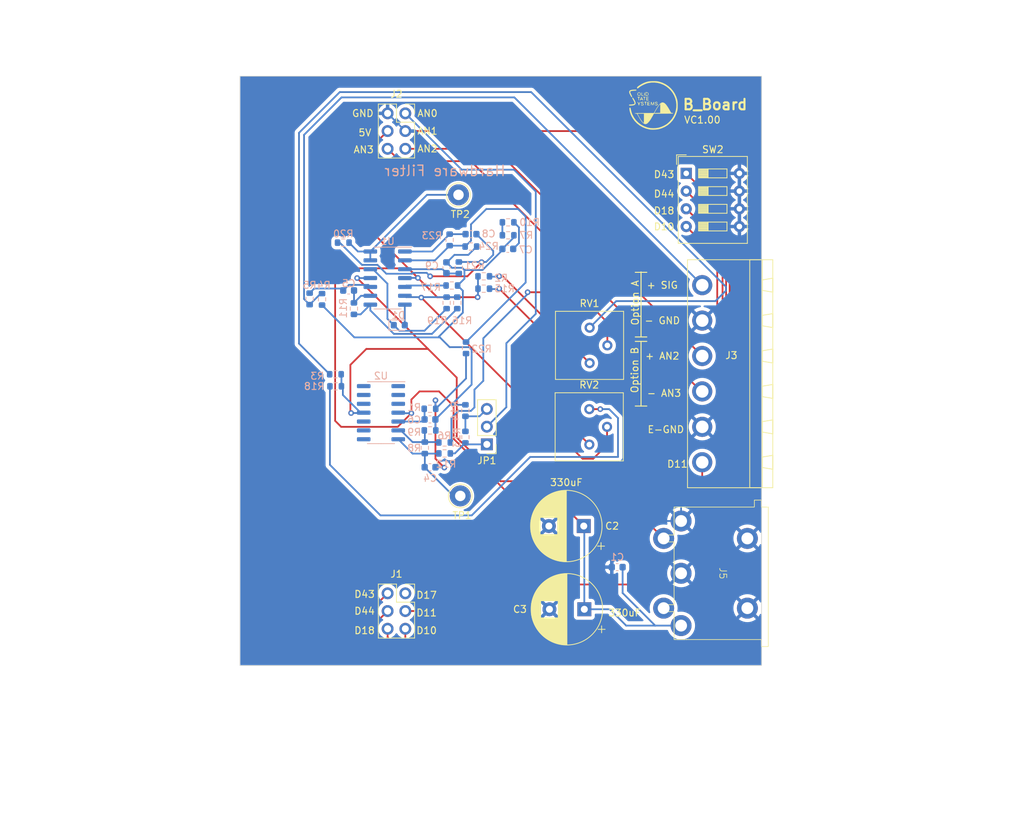
<source format=kicad_pcb>
(kicad_pcb (version 20221018) (generator pcbnew)
  (title_block (title "Bottom Board") (date "2023-03-09") (rev "0"))
  (layers (0 "F.Cu" signal) (31 "B.Cu" signal) (34 "B.Paste" user) (35 "F.Paste" user) (36 "B.SilkS" user "B.Silkscreen") (37 "F.SilkS" user "F.Silkscreen") (38 "B.Mask" user) (39 "F.Mask" user) (44 "Edge.Cuts" user))
  (net 0 "")
  (net 1 "AN3")
  (net 2 "AN2")
  (net 3 "AN1")
  (net 4 "D43")
  (net 5 "D44")
  (net 6 "D18")
  (net 7 "E60")
  (net 8 "Net-(C4-Pad1)")
  (net 9 "D10")
  (net 10 "D11")
  (net 11 "D17")
  (net 12 "Net-(C4-Pad2)")
  (net 13 "Net-(U1C--)")
  (net 14 "Net-(U1C-+)")
  (net 15 "Net-(U2B-+)")
  (net 16 "Net-(C7-Pad1)")
  (net 17 "Net-(C8-Pad1)")
  (net 18 "Net-(C8-Pad2)")
  (net 19 "Net-(U1A-+)")
  (net 20 "Net-(D1-K)")
  (net 21 "Net-(D1-A)")
  (net 22 "Net-(R2-Pad1)")
  (net 23 "-5V")
  (net 24 "Net-(R3-Pad2)")
  (net 25 "E23_INPUT")
  (net 26 "Net-(U2B--)")
  (net 27 "Net-(R6-Pad2)")
  (net 28 "Net-(R10-Pad1)")
  (net 29 "Net-(R11-Pad2)")
  (net 30 "2x_OUTPUT")
  (net 31 "4x_OUTPUT")
  (net 32 "Net-(R15-Pad2)")
  (net 33 "Net-(U1B--)")
  (net 34 "Net-(U1B-+)")
  (net 35 "Net-(R18-Pad1)")
  (net 36 "Net-(U1D--)")
  (net 37 "Net-(U1A--)")
  (net 38 "AN0")
  (net 39 "5V")
  (net 40 "12V")
  (footprint "Capacitor_THT:CP_Radial_D10.0mm_P5.00mm" (layer "F.Cu") (at 149.270323 127.508 180)
    (fp_text reference "C2")
    (fp_text value "330uF")
  )
  (footprint "bot_lib:DIN_5_PIN" (layer "F.Cu") (at 169.22 134.286 -90)
    (fp_text reference "J5")
    (fp_text value "DIN-5")
  )
  (footprint "LOGO" (layer "F.Cu") (at 159.258 67.183)
    (fp_text reference "G***" hide)
    (fp_text value "LOGO" hide)
  )
  (footprint "Capacitor_THT:CP_Radial_D10.0mm_P5.00mm" (layer "F.Cu") (at 149.352 139.446 180)
    (fp_text reference "C3")
    (fp_text value "330uF")
  )
  (footprint "Connector_PinSocket_2.54mm:PinSocket_2x03_P2.54mm_Vertical" (layer "F.Cu") (at 123.698 68.326)
    (fp_text reference "J2")
    (fp_text value "Conn_02x03_Top_Bottom")
  )
  (footprint "Connector_Phoenix_MSTB:PhoenixContact_MSTBA_2,5_6-G-5,08_1x06_P5.08mm_Horizontal" (layer "F.Cu") (at 166.250125 118.364 90)
    (fp_text reference "J3")
    (fp_text value "Screw_Terminal_01x06")
  )
  (footprint "TestPoint:TestPoint_Loop_D2.54mm_Drill1.5mm_Beaded" (layer "F.Cu") (at 131.572 123.19)
    (fp_text reference "TP1")
    (fp_text value ".75 Vdc")
  )
  (footprint "Connector_PinSocket_2.54mm:PinSocket_2x03_P2.54mm_Vertical" (layer "F.Cu") (at 123.698 137.16)
    (fp_text reference "J1")
    (fp_text value "Conn_02x03_Top_Bottom")
  )
  (footprint "Potentiometer_THT:Potentiometer_Bourns_3386P_Vertical" (layer "F.Cu") (at 150.07 115.824)
    (fp_text reference "RV2")
    (fp_text value "20K")
  )
  (footprint "Button_Switch_THT:SW_DIP_SPSTx04_Slide_9.78x12.34mm_W7.62mm_P2.54mm" (layer "F.Cu") (at 163.957 76.93323)
    (fp_text reference "SW2")
    (fp_text value "SW_DIP_x04")
  )
  (footprint "TestPoint:TestPoint_Loop_D2.54mm_Drill1.5mm_Beaded" (layer "F.Cu") (at 131.318 80.01)
    (fp_text reference "TP2")
    (fp_text value ".55 Vdc")
  )
  (footprint "Potentiometer_THT:Potentiometer_Bourns_3386P_Vertical" (layer "F.Cu") (at 150.114 104.14)
    (fp_text reference "RV1")
    (fp_text value "20K")
  )
  (footprint "Connector_PinHeader_2.54mm:PinHeader_1x03_P2.54mm_Vertical" (layer "F.Cu") (at 135.382 115.7986 180)
    (fp_text reference "JP1")
    (fp_text value "Jumper_3_Open")
  )
  (footprint "Resistor_SMD:R_0603_1608Metric" (layer "B.Cu") (at 129.6162 95.504 -90)
    (fp_text reference "R19")
    (fp_text value "10K")
  )
  (footprint "Resistor_SMD:R_0603_1608Metric" (layer "B.Cu") (at 116.332 96.329 -90)
    (fp_text reference "R11")
    (fp_text value "110K")
  )
  (footprint "Capacitor_SMD:C_0603_1608Metric" (layer "B.Cu") (at 127.2416 119.0762)
    (fp_text reference "C4")
    (fp_text value "0.1uF")
  )
  (footprint "Resistor_SMD:R_0603_1608Metric" (layer "B.Cu") (at 132.3976 101.9495 90)
    (fp_text reference "R22")
    (fp_text value "80.6K")
  )
  (footprint "Capacitor_SMD:C_0603_1608Metric" (layer "B.Cu") (at 133.109 85.6488)
    (fp_text reference "C8")
    (fp_text value ".1uF")
  )
  (footprint "Package_SO:SOIC-14_3.9x8.7mm_P1.27mm" (layer "B.Cu") (at 121.158 91.948 180)
    (fp_text reference "U1")
    (fp_text value "LM324")
  )
  (footprint "Resistor_SMD:R_0603_1608Metric" (layer "B.Cu") (at 111.76 94.996 -90)
    (fp_text reference "R4")
    (fp_text value "30.1K")
  )
  (footprint "Resistor_SMD:R_0603_1608Metric" (layer "B.Cu") (at 132.3086 110.9472 -90)
    (fp_text reference "R14")
    (fp_text value "10K")
  )
  (footprint "Capacitor_SMD:C_0603_1608Metric" (layer "B.Cu") (at 154.064 133.4008 180)
    (fp_text reference "C1")
    (fp_text value ".1uF")
  )
  (footprint "Package_SO:SOIC-14_3.9x8.7mm_P1.27mm" (layer "B.Cu") (at 120.207 111.252 180)
    (fp_text reference "U2")
    (fp_text value "LM324")
  )
  (footprint "Resistor_SMD:R_0603_1608Metric" (layer "B.Cu") (at 129.3236 117.094 180)
    (fp_text reference "R12")
    (fp_text value "16.2K")
  )
  (footprint "Resistor_SMD:R_0603_1608Metric" (layer "B.Cu") (at 113.7158 107.4674)
    (fp_text reference "R18")
    (fp_text value "22K")
  )
  (footprint "Resistor_SMD:R_0603_1608Metric" (layer "B.Cu") (at 138.4326 83.9531)
    (fp_text reference "R10")
    (fp_text value "187K")
  )
  (footprint "Resistor_SMD:R_0603_1608Metric" (layer "B.Cu") (at 114.808 86.868 180)
    (fp_text reference "R20")
    (fp_text value "80.6K")
  )
  (footprint "Resistor_SMD:R_0603_1608Metric" (layer "B.Cu") (at 134.937 91.694 180)
    (fp_text reference "R2")
    (fp_text value "4.7K")
  )
  (footprint "Resistor_SMD:R_0603_1608Metric" (layer "B.Cu") (at 127.2408 113.792 180)
    (fp_text reference "R9")
    (fp_text value "10K")
  )
  (footprint "Resistor_SMD:R_0603_1608Metric" (layer "B.Cu") (at 138.4326 85.810475)
    (fp_text reference "R7")
    (fp_text value "25.5K")
  )
  (footprint "Capacitor_SMD:C_0603_1608Metric" (layer "B.Cu") (at 127.2286 112.2182 180)
    (fp_text reference "C6")
    (fp_text value "0.1uF")
  )
  (footprint "Capacitor_SMD:C_0603_1608Metric" (layer "B.Cu") (at 129.5908 90.4624 90)
    (fp_text reference "C9")
    (fp_text value ".1uF")
  )
  (footprint "Resistor_SMD:R_0603_1608Metric" (layer "B.Cu") (at 131.1402 95.504 90)
    (fp_text reference "R16")
    (fp_text value "10K")
  )
  (footprint "Resistor_SMD:R_0603_1608Metric" (layer "B.Cu") (at 129.3236 115.5202)
    (fp_text reference "R6")
    (fp_text value "1M")
  )
  (footprint "Resistor_SMD:R_0603_1608Metric" (layer "B.Cu") (at 127.2286 110.6942 180)
    (fp_text reference "R1")
    (fp_text value "80.6K")
  )
  (footprint "Resistor_SMD:R_0603_1608Metric" (layer "B.Cu") (at 113.6772 105.7402 180)
    (fp_text reference "R3")
    (fp_text value "10K")
  )
  (footprint "Resistor_SMD:R_0603_1608Metric" (layer "B.Cu") (at 133.096 87.4268)
    (fp_text reference "R24")
    (fp_text value "10K")
  )
  (footprint "Diode_SMD:D_0603_1608Metric" (layer "B.Cu") (at 122.832 98.698)
    (fp_text reference "D1")
    (fp_text value "1N914")
  )
  (footprint "Resistor_SMD:R_0603_1608Metric" (layer "B.Cu") (at 134.937 93.472)
    (fp_text reference "R15")
    (fp_text value "22K")
  )
  (footprint "Capacitor_SMD:C_0603_1608Metric" (layer "B.Cu") (at 138.3826 87.7631 180)
    (fp_text reference "C7")
    (fp_text value "0.1 uF")
  )
  (footprint "Resistor_SMD:R_0603_1608Metric" (layer "B.Cu") (at 131.3688 90.4624 -90)
    (fp_text reference "R21")
    (fp_text value "80.6K")
  )
  (footprint "Resistor_SMD:R_0603_1608Metric" (layer "B.Cu") (at 126.492 116.2944 -90)
    (fp_text reference "R8")
    (fp_text value "3.65K")
  )
  (footprint "Capacitor_SMD:C_0603_1608Metric" (layer "B.Cu") (at 115.57 93.726 180)
    (fp_text reference "C5")
    (fp_text value ".002uF")
  )
  (footprint "Resistor_SMD:R_0603_1608Metric" (layer "B.Cu") (at 132.3086 114.7572 -90)
    (fp_text reference "R13")
    (fp_text value "10K")
  )
  (footprint "Resistor_SMD:R_0603_1608Metric" (layer "B.Cu") (at 130.048 86.4738 90)
    (fp_text reference "R23")
    (fp_text value "1.82K")
  )
  (footprint "Resistor_SMD:R_0603_1608Metric" (layer "B.Cu") (at 109.982 94.933 90)
    (fp_text reference "R5")
    (fp_text value "20K")
  )
  (footprint "Resistor_SMD:R_0603_1608Metric" (layer "B.Cu") (at 130.365 93.0148)
    (fp_text reference "R17")
    (fp_text value "4.7K")
  )
  (gr_line (start 158.3055 101.0285) (end 156.6545 101.0285) (stroke (width 0.15)) (layer "F.SilkS"))
  (gr_line (start 158.3055 110.2995) (end 156.6545 110.2995) (stroke (width 0.15)) (layer "F.SilkS"))
  (gr_line (start 158.3055 100.3935) (end 156.6545 100.3935) (stroke (width 0.15)) (layer "F.SilkS"))
  (gr_line (start 157.48 100.33) (end 157.48 91.059) (stroke (width 0.15)) (layer "F.SilkS"))
  (gr_line (start 157.48 110.2995) (end 157.48 101.0285) (stroke (width 0.15)) (layer "F.SilkS"))
  (gr_line (start 158.3055 91.1225) (end 156.6545 91.1225) (stroke (width 0.15)) (layer "F.SilkS"))
  (gr_rect (start 100 63) (end 174.75 147.5) (stroke (width 0.1)) (fill none) (layer "Edge.Cuts"))
  (gr_text "Hardware Filter" (at 138.176 77.4446) (layer "B.SilkS") (effects (font (size 1.5 1.5) (thickness 0.1875)) (justify left bottom mirror)))
  (gr_text "5V" (at 117.9068 71.0946) (layer "F.SilkS") (effects (font (size 1 1))))
  (gr_text "VC1.00" (at 163.576 69.85) (layer "F.SilkS") (effects (font (size 1 1)) (justify left bottom)))
  (gr_text "D10" (at 126.746 142.494) (layer "F.SilkS") (effects (font (size 1 1))))
  (gr_text "Option B" (at 157.1625 108.5215 90) (layer "F.SilkS") (effects (font (size 1 1)) (justify left bottom)))
  (gr_text "GND" (at 117.602 68.326) (layer "F.SilkS") (effects (font (size 1 1))))
  (gr_text "AN2" (at 126.873 73.406) (layer "F.SilkS") (effects (font (size 1 1))))
  (gr_text "D43" (at 160.782 77.089) (layer "F.SilkS") (effects (font (size 1 1))))
  (gr_text "AN1" (at 126.873 70.866) (layer "F.SilkS") (effects (font (size 1 1))))
  (gr_text "B_Board" (at 163.322 67.945) (layer "F.SilkS") (effects (font (size 1.5 1.5) (thickness 0.3) bold) (justify left bottom)))
  (gr_text "D10" (at 160.782 84.582) (layer "F.SilkS") (effects (font (size 1 1))))
  (gr_text "AN3" (at 117.729 73.533) (layer "F.SilkS") (effects (font (size 1 1))))
  (gr_text "D18" (at 160.782 82.296) (layer "F.SilkS") (effects (font (size 1 1))))
  (gr_text "Option A" (at 157.226 98.806 90) (layer "F.SilkS") (effects (font (size 1 1)) (justify left bottom)))
  (gr_text "D11" (at 126.746 139.954) (layer "F.SilkS") (effects (font (size 1 1))))
  (gr_text "D18" (at 117.856 142.494) (layer "F.SilkS") (effects (font (size 1 1))))
  (gr_text "E-GND" (at 161.036 113.665) (layer "F.SilkS") (effects (font (size 1 1))))
  (gr_text "D11" (at 162.687 118.618) (layer "F.SilkS") (effects (font (size 1 1))))
  (gr_text "+ AN2" (at 160.528 103.124) (layer "F.SilkS") (effects (font (size 1 1))))
  (gr_text "AN0" (at 126.873 68.326) (layer "F.SilkS") (effects (font (size 1 1))))
  (gr_text "- AN3" (at 160.782 108.458) (layer "F.SilkS") (effects (font (size 1 1))))
  (gr_text "D44" (at 117.856 139.7) (layer "F.SilkS") (effects (font (size 1 1))))
  (gr_text "D17" (at 126.746 137.414) (layer "F.SilkS") (effects (font (size 1 1))))
  (gr_text "D44" (at 160.782 79.883) (layer "F.SilkS") (effects (font (size 1 1))))
  (gr_text "+ SIG" (at 160.528 92.964) (layer "F.SilkS") (effects (font (size 1 1))))
  (gr_text "D43" (at 117.856 137.287) (layer "F.SilkS") (effects (font (size 1 1))))
  (gr_text "- GND" (at 160.528 98.044) (layer "F.SilkS") (effects (font (size 1 1))))
  (segment (start 133.096 75.184) (end 166.116 108.204) (width 0.25) (layer "F.Cu") (net 1))
  (segment (start 122.936 75.184) (end 133.096 75.184) (width 0.25) (layer "F.Cu") (net 1))
  (segment (start 121.158 73.406) (end 122.936 75.184) (width 0.25) (layer "F.Cu") (net 1))
  (segment (start 166.116 108.204) (end 166.250125 108.204) (width 0.25) (layer "F.Cu") (net 1))
  (segment (start 136.532125 73.406) (end 166.250125 103.124) (width 0.25) (layer "F.Cu") (net 2))
  (segment (start 123.698 73.406) (end 136.532125 73.406) (width 0.25) (layer "F.Cu") (net 2))
  (segment (start 171.577 82.01323) (end 171.577 84.55323) (width 0.25) (layer "F.Cu") (net 3))
  (segment (start 171.577 76.93323) (end 171.577 79.47323) (width 0.25) (layer "F.Cu") (net 3))
  (segment (start 171.577 74.041) (end 171.577 76.93323) (width 0.25) (layer "F.Cu") (net 3))
  (segment (start 171.577 79.47323) (end 171.577 82.01323) (width 0.25) (layer "F.Cu") (net 3))
  (segment (start 123.698 70.866) (end 168.402 70.866) (width 0.25) (layer "F.Cu") (net 3))
  (segment (start 168.402 70.866) (end 171.577 74.041) (width 0.25) (layer "F.Cu") (net 3))
  (segment (start 144.352 139.446) (end 150.2194 145.3134) (width 0.25) (layer "B.Cu") (net 3))
  (segment (start 168.656 100.449875) (end 168.656 110.878125) (width 0.25) (layer "B.Cu") (net 3))
  (segment (start 168.3512 139.4172) (end 163.22 134.286) (width 0.25) (layer "B.Cu") (net 3))
  (segment (start 153.289 132.795) (end 159.298 126.786) (width 0.25) (layer "B.Cu") (net 3))
  (segment (start 168.3512 145.3134) (end 168.3512 139.4172) (width 0.25) (layer "B.Cu") (net 3))
  (segment (start 161.72 125.286) (end 163.22 126.786) (width 0.25) (layer "B.Cu") (net 3))
  (segment (start 171.577 92.717125) (end 166.250125 98.044) (width 0.25) (layer "B.Cu") (net 3))
  (segment (start 153.289 133.4008) (end 153.289 132.795) (width 0.25) (layer "B.Cu") (net 3))
  (segment (start 123.698 70.866) (end 121.158 68.326) (width 0.25) (layer "B.Cu") (net 3))
  (segment (start 159.298 126.786) (end 163.22 126.786) (width 0.25) (layer "B.Cu") (net 3))
  (segment (start 165.481 132.025) (end 165.481 129.047) (width 0.25) (layer "B.Cu") (net 3))
  (segment (start 166.250125 98.044) (end 168.656 100.449875) (width 0.25) (layer "B.Cu") (net 3))
  (segment (start 163.22 126.786) (end 163.22 116.314125) (width 0.25) (layer "B.Cu") (net 3))
  (segment (start 163.22 134.286) (end 165.481 132.025) (width 0.25) (layer "B.Cu") (net 3))
  (segment (start 163.22 126.786) (end 165.481 129.047) (width 0.25) (layer "B.Cu") (net 3))
  (segment (start 171.577 84.55323) (end 171.577 92.717125) (width 0.25) (layer "B.Cu") (net 3))
  (segment (start 150.2194 145.3134) (end 168.3512 145.3134) (width 0.25) (layer "B.Cu") (net 3))
  (segment (start 168.656 110.878125) (end 166.250125 113.284) (width 0.25) (layer "B.Cu") (net 3))
  (segment (start 161.72 125.286) (end 146.492323 125.286) (width 0.25) (layer "B.Cu") (net 3))
  (segment (start 146.492323 125.286) (end 144.270323 127.508) (width 0.25) (layer "B.Cu") (net 3))
  (segment (start 163.22 116.314125) (end 166.250125 113.284) (width 0.25) (layer "B.Cu") (net 3))
  (segment (start 121.666 146.558) (end 166.372792 146.558) (width 0.25) (layer "F.Cu") (net 4))
  (segment (start 118.676 139.642) (end 118.676 143.568) (width 0.25) (layer "F.Cu") (net 4))
  (segment (start 121.158 137.16) (end 118.676 139.642) (width 0.25) (layer "F.Cu") (net 4))
  (segment (start 118.676 143.568) (end 121.666 146.558) (width 0.25) (layer "F.Cu") (net 4))
  (segment (start 170.18 83.15623) (end 163.957 76.93323) (width 0.25) (layer "F.Cu") (net 4))
  (segment (start 170.18 142.750792) (end 170.18 83.15623) (width 0.25) (layer "F.Cu") (net 4))
  (segment (start 166.372792 146.558) (end 170.18 142.750792) (width 0.25) (layer "F.Cu") (net 4))
  (segment (start 166.244396 146.05) (end 121.92 146.05) (width 0.25) (layer "F.Cu") (net 5))
  (segment (start 169.672 142.622396) (end 166.244396 146.05) (width 0.25) (layer "F.Cu") (net 5))
  (segment (start 119.126 143.256) (end 119.126 141.732) (width 0.25) (layer "F.Cu") (net 5))
  (segment (start 119.126 141.732) (end 121.158 139.7) (width 0.25) (layer "F.Cu") (net 5))
  (segment (start 163.957 79.47323) (end 169.672 85.18823) (width 0.25) (layer "F.Cu") (net 5))
  (segment (start 169.672 85.18823) (end 169.672 142.622396) (width 0.25) (layer "F.Cu") (net 5))
  (segment (start 121.92 146.05) (end 119.126 143.256) (width 0.25) (layer "F.Cu") (net 5))
  (segment (start 169.164 142.494) (end 169.164 87.22023) (width 0.25) (layer "F.Cu") (net 6))
  (segment (start 121.158 142.24) (end 121.158 143.442081) (width 0.25) (layer "F.Cu") (net 6))
  (segment (start 123.257919 145.542) (end 166.116 145.542) (width 0.25) (layer "F.Cu") (net 6))
  (segment (start 166.116 145.542) (end 169.164 142.494) (width 0.25) (layer "F.Cu") (net 6))
  (segment (start 121.158 143.442081) (end 123.257919 145.542) (width 0.25) (layer "F.Cu") (net 6))
  (segment (start 169.164 87.22023) (end 163.957 82.01323) (width 0.25) (layer "F.Cu") (net 6))
  (segment (start 132.7272 88.6206) (end 133.921 87.4268) (width 0.25) (layer "B.Cu") (net 7))
  (segment (start 132.1688 92.036) (end 132.1688 90.7922) (width 0.25) (layer "B.Cu") (net 7))
  (segment (start 129.667 89.6874) (end 130.7338 88.6206) (width 0.25) (layer "B.Cu") (net 7))
  (segment (start 128.0036 112.2182) (end 128.0036 113.7298) (width 0.25) (layer "B.Cu") (net 7))
  (segment (start 137.6076 87.7631) (end 137.6076 87.945796) (width 0.25) (layer "B.Cu") (net 7))
  (segment (start 131.9402 96.912062) (end 131.9402 93.765) (width 0.25) (layer "B.Cu") (net 7))
  (segment (start 131.9402 93.765) (end 131.19 93.0148) (width 0.25) (layer "B.Cu") (net 7))
  (segment (start 139.2576 86.1131) (end 137.6076 87.7631) (width 0.25) (layer "B.Cu") (net 7))
  (segment (start 137.6076 87.945796) (end 134.761196 90.7922) (width 0.25) (layer "B.Cu") (net 7))
  (segment (start 132.842 101.854) (end 130.048 101.854) (width 0.25) (layer "B.Cu") (net 7))
  (segment (start 130.302 110.1222) (end 130.0996 110.1222) (width 0.25) (layer "B.Cu") (net 7))
  (segment (start 131.8514 90.4748) (end 130.3782 90.4748) (width 0.25) (layer "B.Cu") (net 7))
  (segment (start 128.523131 100.329131) (end 131.9402 96.912062) (width 0.25) (layer "B.Cu") (net 7))
  (segment (start 130.7338 88.6206) (end 132.7272 88.6206) (width 0.25) (layer "B.Cu") (net 7))
  (segment (start 134.761196 90.7922) (end 132.1688 90.7922) (width 0.25) (layer "B.Cu") (net 7))
  (segment (start 130.3782 90.4748) (end 129.5908 89.6874) (width 0.25) (layer "B.Cu") (net 7))
  (segment (start 133.1976 107.2266) (end 133.1976 102.2096) (width 0.25) (layer "B.Cu") (net 7))
  (segment (start 132.1688 90.7922) (end 131.8514 90.4748) (width 0.25) (layer "B.Cu") (net 7))
  (segment (start 130.048 101.854) (end 128.651 100.457) (width 0.25) (layer "B.Cu") (net 7))
  (segment (start 130.302 110.1222) (end 133.1976 107.2266) (width 0.25) (layer "B.Cu") (net 7))
  (segment (start 128.0036 113.7298) (end 128.0658 113.792) (width 0.25) (layer "B.Cu") (net 7))
  (segment (start 132.3086 110.1222) (end 130.302 110.1222) (width 0.25) (layer "B.Cu") (net 7))
  (segment (start 128.651 100.457) (end 128.523131 100.329131) (width 0.25) (layer "B.Cu") (net 7))
  (segment (start 131.19 93.0148) (end 132.1688 92.036) (width 0.25) (layer "B.Cu") (net 7))
  (segment (start 133.1976 102.2096) (end 132.842 101.854) (width 0.25) (layer "B.Cu") (net 7))
  (segment (start 129.5908 89.6874) (end 129.667 89.6874) (width 0.25) (layer "B.Cu") (net 7))
  (segment (start 116.396 100.457) (end 128.651 100.457) (width 0.25) (layer "B.Cu") (net 7))
  (segment (start 111.76 95.821) (end 116.396 100.457) (width 0.25) (layer "B.Cu") (net 7))
  (segment (start 130.0996 110.1222) (end 128.0036 112.2182) (width 0.25) (layer "B.Cu") (net 7))
  (segment (start 139.2576 85.810475) (end 139.2576 86.1131) (width 0.25) (layer "B.Cu") (net 7))
  (segment (start 130.5804 123.19) (end 126.4666 119.0762) (width 0.25) (layer "B.Cu") (net 8))
  (segment (start 122.682 115.062) (end 124.7394 117.1194) (width 0.25) (layer "B.Cu") (net 8))
  (segment (start 126.492 117.1194) (end 128.4732 117.1194) (width 0.25) (layer "B.Cu") (net 8))
  (segment (start 126.492 117.1194) (end 126.492 119.0508) (width 0.25) (layer "B.Cu") (net 8))
  (segment (start 128.4732 117.1194) (end 128.4986 117.094) (width 0.25) (layer "B.Cu") (net 8))
  (segment (start 131.572 123.19) (end 130.5804 123.19) (width 0.25) (layer "B.Cu") (net 8))
  (segment (start 124.7394 117.1194) (end 126.492 117.1194) (width 0.25) (layer "B.Cu") (net 8))
  (segment (start 126.492 119.0508) (end 126.4666 119.0762) (width 0.25) (layer "B.Cu") (net 8))
  (segment (start 124.206 144.78) (end 165.862 144.78) (width 0.25) (layer "F.Cu") (net 9))
  (segment (start 123.698 142.24) (end 123.698 144.272) (width 0.25) (layer "F.Cu") (net 9))
  (segment (start 168.402 142.24) (end 168.402 88.99823) (width 0.25) (layer "F.Cu") (net 9))
  (segment (start 123.698 144.272) (end 124.206 144.78) (width 0.25) (layer "F.Cu") (net 9))
  (segment (start 168.402 88.99823) (end 163.957 84.55323) (width 0.25) (layer "F.Cu") (net 9))
  (segment (start 165.862 144.78) (end 168.402 142.24) (width 0.25) (layer "F.Cu") (net 9))
  (segment (start 157.988 135.89) (end 130.048 135.89) (width 0.25) (layer "F.Cu") (net 10))
  (segment (start 126.238 139.7) (end 123.698 139.7) (width 0.25) (layer "F.Cu") (net 10))
  (segment (start 130.048 135.89) (end 126.238 139.7) (width 0.25) (layer "F.Cu") (net 10))
  (segment (start 166.250125 118.364) (end 166.250125 127.627875) (width 0.25) (layer "F.Cu") (net 10))
  (segment (start 166.250125 127.627875) (end 157.988 135.89) (width 0.25) (layer "F.Cu") (net 10))
  (segment (start 129.286 119.126) (end 128.016 117.856) (width 0.25) (layer "F.Cu") (net 12))
  (segment (start 128.016 117.856) (end 128.016 109.474) (width 0.25) (layer "F.Cu") (net 12))
  (via (at 129.286 119.126) (size 0.8) (drill 0.4) (layers "F.Cu" "B.Cu") (net 12))
  (via (at 128.016 109.474) (size 0.8) (drill 0.4) (layers "F.Cu" "B.Cu") (net 12))
  (segment (start 132.3976 106.3502) (end 128.0536 110.6942) (width 0.25) (layer "B.Cu") (net 12))
  (segment (start 129.286 119.126) (end 129.2362 119.0762) (width 0.25) (layer "B.Cu") (net 12))
  (segment (start 128.016 110.6566) (end 128.016 109.474) (width 0.25) (layer "B.Cu") (net 12))
  (segment (start 128.0536 110.6942) (end 128.016 110.6566) (width 0.25) (layer "B.Cu") (net 12))
  (segment (start 132.3976 102.7745) (end 132.3976 106.3502) (width 0.25) (layer "B.Cu") (net 12))
  (segment (start 128.0166 119.0762) (end 129.2362 119.0762) (width 0.25) (layer "B.Cu") (net 12))
  (segment (start 116.332 95.504) (end 117.348 94.488) (width 0.25) (layer "B.Cu") (net 13))
  (segment (start 117.348 94.488) (end 118.683 94.488) (width 0.25) (layer "B.Cu") (net 13))
  (segment (start 116.345 93.726) (end 116.345 95.491) (width 0.25) (layer "B.Cu") (net 13))
  (segment (start 116.345 95.491) (end 116.332 95.504) (width 0.25) (layer "B.Cu") (net 13))
  (segment (start 114.795 93.726) (end 114.515 93.446) (width 0.25) (layer "B.Cu") (net 14))
  (segment (start 114.515 93.446) (end 110.644 93.446) (width 0.25) (layer "B.Cu") (net 14))
  (segment (start 110.644 93.446) (end 109.982 94.108) (width 0.25) (layer "B.Cu") (net 14))
  (segment (start 118.391 92.926) (end 118.683 93.218) (width 0.25) (layer "B.Cu") (net 14))
  (segment (start 115.595 92.926) (end 118.391 92.926) (width 0.25) (layer "B.Cu") (net 14))
  (segment (start 114.795 93.726) (end 115.595 92.926) (width 0.25) (layer "B.Cu") (net 14))
  (segment (start 126.1498 112.522) (end 126.4536 112.2182) (width 0.25) (layer "B.Cu") (net 15))
  (segment (start 122.682 112.522) (end 126.1498 112.522) (width 0.25) (layer "B.Cu") (net 15))
  (segment (start 126.4536 110.7442) (end 126.4036 110.6942) (width 0.25) (layer "B.Cu") (net 15))
  (segment (start 126.4536 112.2182) (end 126.4536 110.7442) (width 0.25) (layer "B.Cu") (net 15))
  (segment (start 139.2576 83.9531) (end 139.9826 84.6781) (width 0.25) (layer "B.Cu") (net 16))
  (segment (start 139.9826 86.9381) (end 139.1576 87.7631) (width 0.25) (layer "B.Cu") (net 16))
  (segment (start 139.9826 84.6781) (end 139.9826 86.9381) (width 0.25) (layer "B.Cu") (net 16))
  (segment (start 127.5588 88.138) (end 130.048 85.6488) (width 0.25) (layer "B.Cu") (net 17))
  (segment (start 132.334 85.6488) (end 130.048 85.6488) (width 0.25) (layer "B.Cu") (net 17))
  (segment (start 123.633 88.138) (end 127.5588 88.138) (width 0.25) (layer "B.Cu") (net 17))
  (segment (start 132.588 91.694) (end 134.62 89.662) (width 0.25) (layer "F.Cu") (net 18))
  (segment (start 127.254 91.694) (end 132.588 91.694) (width 0.25) (layer "F.Cu") (net 18))
  (via (at 134.62 89.662) (size 0.8) (drill 0.4) (layers "F.Cu" "B.Cu") (net 18))
  (via (at 127.254 91.694) (size 0.8) (drill 0.4) (layers "F.Cu" "B.Cu") (net 18))
  (segment (start 134.62 89.662) (end 134.6446 89.6374) (width 0.25) (layer "B.Cu") (net 18))
  (segment (start 114.3 86.868) (end 113.983 86.868) (width 0.25) (layer "B.Cu") (net 18))
  (segment (start 134.6446 89.6374) (end 135.2796 89.6374) (width 0.25) (layer "B.Cu") (net 18))
  (segment (start 126.7576 91.1976) (end 124.780151 91.1976) (width 0.25) (layer "B.Cu") (net 18))
  (segment (start 134.5954 89.6374) (end 134.62 89.662) (width 0.25) (layer "B.Cu") (net 18))
  (segment (start 119.704751 90.053) (end 117.485 90.053) (width 0.25) (layer "B.Cu") (net 18))
  (segment (start 117.485 90.053) (end 114.3 86.868) (width 0.25) (layer "B.Cu") (net 18))
  (segment (start 131.3688 89.6374) (end 134.5954 89.6374) (width 0.25) (layer "B.Cu") (net 18))
  (segment (start 136.2964 88.0612) (end 133.884 85.6488) (width 0.25) (layer "B.Cu") (net 18))
  (segment (start 120.974751 91.323) (end 119.704751 90.053) (width 0.25) (layer "B.Cu") (net 18))
  (segment (start 127.254 91.694) (end 126.7576 91.1976) (width 0.25) (layer "B.Cu") (net 18))
  (segment (start 124.780151 91.1976) (end 124.654751 91.323) (width 0.25) (layer "B.Cu") (net 18))
  (segment (start 136.2964 88.6206) (end 136.2964 88.0612) (width 0.25) (layer "B.Cu") (net 18))
  (segment (start 135.2796 89.6374) (end 136.2964 88.6206) (width 0.25) (layer "B.Cu") (net 18))
  (segment (start 124.654751 91.323) (end 120.974751 91.323) (width 0.25) (layer "B.Cu") (net 18))
  (segment (start 129.6408 91.2874) (end 129.5908 91.2374) (width 0.25) (layer "B.Cu") (net 19))
  (segment (start 131.3688 91.2874) (end 129.6408 91.2874) (width 0.25) (layer "B.Cu") (net 19))
  (segment (start 129.0314 90.678) (end 123.633 90.678) (width 0.25) (layer "B.Cu") (net 19))
  (segment (start 129.5908 91.2374) (end 129.0314 90.678) (width 0.25) (layer "B.Cu") (net 19))
  (segment (start 122.0445 98.698) (end 122.8445 99.498) (width 0.25) (layer "B.Cu") (net 20))
  (segment (start 121.1326 92.750849) (end 119.059751 90.678) (width 0.25) (layer "B.Cu") (net 20))
  (segment (start 119.059751 90.678) (end 118.683 90.678) (width 0.25) (layer "B.Cu") (net 20))
  (segment (start 121.1326 97.7861) (end 121.1326 92.750849) (width 0.25) (layer "B.Cu") (net 20))
  (segment (start 122.8445 99.498) (end 126.4472 99.498) (width 0.25) (layer "B.Cu") (net 20))
  (segment (start 126.4472 99.498) (end 129.6162 96.329) (width 0.25) (layer "B.Cu") (net 20))
  (segment (start 122.0445 98.698) (end 121.1326 97.7861) (width 0.25) (layer "B.Cu") (net 20))
  (segment (start 123.6195 95.7715) (end 123.6195 98.698) (width 0.25) (layer "B.Cu") (net 21))
  (segment (start 123.633 95.758) (end 123.6195 95.7715) (width 0.25) (layer "B.Cu") (net 21))
  (segment (start 137.668 91.694) (end 150.114 104.14) (width 0.25) (layer "F.Cu") (net 22))
  (segment (start 137.16 91.694) (end 137.668 91.694) (width 0.25) (layer "F.Cu") (net 22))
  (via (at 137.16 91.694) (size 0.8) (drill 0.4) (layers "F.Cu" "B.Cu") (net 22))
  (segment (start 137.16 91.694) (end 137.1092 91.7448) (width 0.25) (layer "B.Cu") (net 22))
  (segment (start 135.762 91.7448) (end 137.1092 91.7448) (width 0.25) (layer "B.Cu") (net 22))
  (segment (start 118.11 102.108) (end 126.9492 102.108) (width 0.25) (layer "F.Cu") (net 23))
  (segment (start 115.9256 111.3028) (end 115.824 111.2012) (width 0.25) (layer "F.Cu") (net 23))
  (segment (start 160.72 129.286) (end 152.5158 121.0818) (width 0.25) (layer "F.Cu") (net 23))
  (segment (start 131.064 106.2228) (end 126.9746 102.1334) (width 0.25) (layer "F.Cu") (net 23))
  (segment (start 137.3378 121.0818) (end 131.064 114.808) (width 0.25) (layer "F.Cu") (net 23))
  (segment (start 126.9492 102.108) (end 126.9746 102.1334) (width 0.25) (layer "F.Cu") (net 23))
  (segment (start 115.824 104.394) (end 118.11 102.108) (width 0.25) (layer "F.Cu") (net 23))
  (segment (start 152.5158 121.0818) (end 137.3378 121.0818) (width 0.25) (layer "F.Cu") (net 23))
  (segment (start 115.824 111.2012) (end 115.824 104.394) (width 0.25) (layer "F.Cu") (net 23))
  (segment (start 131.064 114.808) (end 131.064 106.2228) (width 0.25) (layer "F.Cu") (net 23))
  (segment (start 126.9746 102.1334) (end 116.7892 91.948) (width 0.25) (layer "F.Cu") (net 23))
  (via (at 115.9256 111.3028) (size 0.8) (drill 0.4) (layers "F.Cu" "B.Cu") (net 23))
  (via (at 116.7892 91.948) (size 0.8) (drill 0.4) (layers "F.Cu" "B.Cu") (net 23))
  (segment (start 114.5408 105.7788) (end 114.5022 105.7402) (width 0.25) (layer "B.Cu") (net 23))
  (segment (start 117.6812 111.3028) (end 117.732 111.252) (width 0.25) (layer "B.Cu") (net 23))
  (segment (start 114.745 108.712) (end 114.745 107.6716) (width 0.25) (layer "B.Cu") (net 23))
  (segment (start 114.745 108.712) (end 117.285 111.252) (width 0.25) (layer "B.Cu") (net 23))
  (segment (start 114.5408 107.4674) (end 114.5408 105.7788) (width 0.25) (layer "B.Cu") (net 23))
  (segment (start 117.285 111.252) (end 117.732 111.252) (width 0.25) (layer "B.Cu") (net 23))
  (segment (start 114.745 107.6716) (end 114.5408 107.4674) (width 0.25) (layer "B.Cu") (net 23))
  (segment (start 118.683 91.948) (end 116.7892 91.948) (width 0.25) (layer "B.Cu") (net 23))
  (segment (start 115.9256 111.3028) (end 117.6812 111.3028) (width 0.25) (layer "B.Cu") (net 23))
  (segment (start 108.458 71.12) (end 114.3 65.278) (width 0.25) (layer "B.Cu") (net 24))
  (segment (start 169.672 93.726) (end 168.148 95.25) (width 0.25) (layer "B.Cu") (net 24))
  (segment (start 112.8522 105.7402) (end 108.458 101.346) (width 0.25) (layer "B.Cu") (net 24))
  (segment (start 108.458 101.346) (end 108.458 71.12) (width 0.25) (layer "B.Cu") (net 24))
  (segment (start 141.732 65.278) (end 169.672 93.218) (width 0.25) (layer "B.Cu") (net 24))
  (segment (start 168.148 95.25) (end 153.924 95.25) (width 0.25) (layer "B.Cu") (net 24))
  (segment (start 153.924 95.25) (end 150.114 99.06) (width 0.25) (layer "B.Cu") (net 24))
  (segment (start 114.3 65.278) (end 141.732 65.278) (width 0.25) (layer "B.Cu") (net 24))
  (segment (start 169.672 93.218) (end 169.672 93.726) (width 0.25) (layer "B.Cu") (net 24))
  (segment (start 114.554 66.04) (end 139.326125 66.04) (width 0.25) (layer "B.Cu") (net 25))
  (segment (start 139.326125 66.04) (end 166.250125 92.964) (width 0.25) (layer "B.Cu") (net 25))
  (segment (start 111.76 94.171) (end 111.569 94.171) (width 0.25) (layer "B.Cu") (net 25))
  (segment (start 109.982 95.758) (end 109.182 94.958) (width 0.25) (layer "B.Cu") (net 25))
  (segment (start 109.182 94.958) (end 109.182 71.412) (width 0.25) (layer "B.Cu") (net 25))
  (segment (start 111.569 94.171) (end 109.982 95.758) (width 0.25) (layer "B.Cu") (net 25))
  (segment (start 109.182 71.412) (end 114.554 66.04) (width 0.25) (layer "B.Cu") (net 25))
  (segment (start 128.4478 115.4694) (end 128.4986 115.5202) (width 0.25) (layer "B.Cu") (net 26))
  (segment (start 124.736151 115.4694) (end 126.492 115.4694) (width 0.25) (layer "B.Cu") (net 26))
  (segment (start 123.058751 113.792) (end 124.736151 115.4694) (width 0.25) (layer "B.Cu") (net 26))
  (segment (start 122.682 113.792) (end 123.058751 113.792) (width 0.25) (layer "B.Cu") (net 26))
  (segment (start 126.492 113.8682) (end 126.4158 113.792) (width 0.25) (layer "B.Cu") (net 26))
  (segment (start 126.492 115.4694) (end 128.4478 115.4694) (width 0.25) (layer "B.Cu") (net 26))
  (segment (start 126.492 115.4694) (end 126.492 113.8682) (width 0.25) (layer "B.Cu") (net 26))
  (segment (start 152.654 98.298) (end 152.654 101.6) (width 0.25) (layer "F.Cu") (net 27))
  (segment (start 141.224 93.98) (end 148.336 93.98) (width 0.25) (layer "F.Cu") (net 27))
  (segment (start 148.336 93.98) (end 152.654 98.298) (width 0.25) (layer "F.Cu") (net 27))
  (via (at 141.224 93.98) (size 0.8) (drill 0.4) (layers "F.Cu" "B.Cu") (net 27))
  (segment (start 130.1486 115.5202) (end 130.302 115.3668) (width 0.25) (layer "B.Cu") (net 27))
  (segment (start 130.302 115.3668) (end 130.302 112.014) (width 0.25) (layer "B.Cu") (net 27))
  (segment (start 134.874 106.68) (end 134.874 100.584) (width 0.25) (layer "B.Cu") (net 27))
  (segment (start 133.096 110.998) (end 133.604 110.49) (width 0.25) (layer "B.Cu") (net 27))
  (segment (start 133.604 107.95) (end 134.874 106.68) (width 0.25) (layer "B.Cu") (net 27))
  (segment (start 133.604 110.49) (end 133.604 107.95) (width 0.25) (layer "B.Cu") (net 27))
  (segment (start 141.224 94.234) (end 141.224 93.98) (width 0.25) (layer "B.Cu") (net 27))
  (segment (start 134.874 100.584) (end 141.224 94.234) (width 0.25) (layer "B.Cu") (net 27))
  (segment (start 131.318 110.998) (end 133.096 110.998) (width 0.25) (layer "B.Cu") (net 27))
  (segment (start 130.302 112.014) (end 131.318 110.998) (width 0.25) (layer "B.Cu") (net 27))
  (segment (start 137.6076 85.810475) (end 137.6076 83.9531) (width 0.25) (layer "B.Cu") (net 28))
  (segment (start 117.287 97.154) (end 116.332 97.154) (width 0.25) (layer "B.Cu") (net 29))
  (segment (start 127.5212 99.948) (end 122.050521 99.948) (width 0.25) (layer "B.Cu") (net 29))
  (segment (start 118.683 95.758) (end 117.287 97.154) (width 0.25) (layer "B.Cu") (net 29))
  (segment (start 122.050521 99.948) (end 118.683 96.580479) (width 0.25) (layer "B.Cu") (net 29))
  (segment (start 118.683 96.580479) (end 118.683 95.758) (width 0.25) (layer "B.Cu") (net 29))
  (segment (start 131.1402 96.329) (end 127.5212 99.948) (width 0.25) (layer "B.Cu") (net 29))
  (segment (start 130.7968 117.094) (end 130.1486 117.094) (width 0.25) (layer "B.Cu") (net 30))
  (segment (start 132.3086 115.5822) (end 130.7968 117.094) (width 0.25) (layer "B.Cu") (net 30))
  (segment (start 132.3086 115.5822) (end 132.525 115.7986) (width 0.25) (layer "B.Cu") (net 30))
  (segment (start 132.525 115.7986) (end 135.382 115.7986) (width 0.25) (layer "B.Cu") (net 30))
  (segment (start 132.3086 111.7722) (end 134.3284 111.7722) (width 0.25) (layer "B.Cu") (net 31))
  (segment (start 134.3284 111.7722) (end 135.382 110.7186) (width 0.25) (layer "B.Cu") (net 31))
  (segment (start 132.3086 111.7722) (end 132.3086 113.9322) (width 0.25) (layer "B.Cu") (net 31))
  (segment (start 148.082 104.394) (end 148.082 113.836) (width 0.25) (layer "F.Cu") (net 32))
  (segment (start 148.082 113.836) (end 150.07 115.824) (width 0.25) (layer "F.Cu") (net 32))
  (segment (start 137.16 93.472) (end 148.082 104.394) (width 0.25) (layer "F.Cu") (net 32))
  (via (at 137.16 93.472) (size 0.8) (drill 0.4) (layers "F.Cu" "B.Cu") (net 32))
  (segment (start 136.906 93.472) (end 137.16 93.472) (width 0.25) (layer "B.Cu") (net 32))
  (segment (start 136.9568 93.5228) (end 136.906 93.472) (width 0.25) (layer "B.Cu") (net 32))
  (segment (start 135.762 93.5228) (end 136.9568 93.5228) (width 0.25) (layer "B.Cu") (net 32))
  (segment (start 149.098 117.856) (end 150.622 117.856) (width 0.25) (layer "F.Cu") (net 33))
  (segment (start 152.61 115.868) (end 152.61 113.284) (width 0.25) (layer "F.Cu") (net 33))
  (segment (start 125.984 94.742) (end 149.098 117.856) (width 0.25) (layer "F.Cu") (net 33))
  (segment (start 150.622 117.856) (end 152.61 115.868) (width 0.25) (layer "F.Cu") (net 33))
  (via (at 125.984 94.742) (size 0.8) (drill 0.4) (layers "F.Cu" "B.Cu") (net 33))
  (segment (start 125.921 94.679) (end 125.984 94.742) (width 0.25) (layer "B.Cu") (net 33))
  (segment (start 126.047 94.679) (end 129.6162 94.679) (width 0.25) (layer "B.Cu") (net 33))
  (segment (start 123.824 94.679) (end 125.921 94.679) (width 0.25) (layer "B.Cu") (net 33))
  (segment (start 123.633 94.488) (end 123.824 94.679) (width 0.25) (layer "B.Cu") (net 33))
  (segment (start 131.1402 94.679) (end 129.6162 94.679) (width 0.25) (layer "B.Cu") (net 33))
  (segment (start 125.984 94.742) (end 126.047 94.679) (width 0.25) (layer "B.Cu") (net 33))
  (segment (start 123.8362 93.0148) (end 123.633 93.218) (width 0.25) (layer "B.Cu") (net 34))
  (segment (start 129.54 93.0148) (end 123.8362 93.0148) (width 0.25) (layer "B.Cu") (net 34))
  (segment (start 150.07 110.744) (end 151.638 110.744) (width 0.25) (layer "F.Cu") (net 35))
  (via (at 151.638 110.744) (size 0.8) (drill 0.4) (layers "F.Cu" "B.Cu") (net 35))
  (segment (start 133.212299 125.984) (end 120.142 125.984) (width 0.25) (layer "B.Cu") (net 35))
  (segment (start 141.594299 117.602) (end 133.212299 125.984) (width 0.25) (layer "B.Cu") (net 35))
  (segment (start 151.638 110.744) (end 152.908 110.744) (width 0.25) (layer "B.Cu") (net 35))
  (segment (start 112.8908 118.7328) (end 112.8908 107.4674) (width 0.25) (layer "B.Cu") (net 35))
  (segment (start 154.178 117.602) (end 141.594299 117.602) (width 0.25) (layer "B.Cu") (net 35))
  (segment (start 152.908 110.744) (end 154.178 112.014) (width 0.25) (layer "B.Cu") (net 35))
  (segment (start 120.142 125.984) (end 112.8908 118.7328) (width 0.25) (layer "B.Cu") (net 35))
  (segment (start 154.178 112.014) (end 154.178 117.602) (width 0.25) (layer "B.Cu") (net 35))
  (segment (start 118.683 88.138) (end 116.903 88.138) (width 0.25) (layer "B.Cu") (net 36))
  (segment (start 118.683 89.408) (end 118.683 88.138) (width 0.25) (layer "B.Cu") (net 36))
  (segment (start 116.903 88.138) (end 115.633 86.868) (width 0.25) (layer "B.Cu") (net 36))
  (segment (start 131.318 80.01) (end 126.811 80.01) (width 0.25) (layer "B.Cu") (net 36))
  (segment (start 126.811 80.01) (end 118.683 88.138) (width 0.25) (layer "B.Cu") (net 36))
  (segment (start 133.109 84.2388) (end 133.109 86.5888) (width 0.25) (layer "B.Cu") (net 37))
  (segment (start 127.9388 89.408) (end 130.048 87.2988) (width 0.25) (layer "B.Cu") (net 37))
  (segment (start 123.633 89.408) (end 127.9388 89.408) (width 0.25) (layer "B.Cu") (net 37))
  (segment (start 140.9446 83.1342) (end 139.8524 82.042) (width 0.25) (layer "B.Cu") (net 37))
  (segment (start 135.3058 82.042) (end 133.109 84.2388) (width 0.25) (layer "B.Cu") (net 37))
  (segment (start 139.8524 82.042) (end 135.3058 82.042) (width 0.25) (layer "B.Cu") (net 37))
  (segment (start 140.9446 92.5775) (end 140.9446 83.1342) (width 0.25) (layer "B.Cu") (net 37))
  (segment (start 132.143 87.2988) (end 132.271 87.4268) (width 0.25) (layer "B.Cu") (net 37))
  (segment (start 133.109 86.5888) (end 132.271 87.4268) (width 0.25) (layer "B.Cu") (net 37))
  (segment (start 130.048 87.2988) (end 132.143 87.2988) (width 0.25) (layer "B.Cu") (net 37))
  (segment (start 132.3976 101.1245) (end 140.9446 92.5775) (width 0.25) (layer "B.Cu") (net 37))
  (segment (start 138.176 101.2952) (end 138.176 110.4646) (width 0.25) (layer "B.Cu") (net 38))
  (segment (start 142.3924 97.0788) (end 138.176 101.2952) (width 0.25) (layer "B.Cu") (net 38))
  (segment (start 138.176 110.4646) (end 135.382 113.2586) (width 0.25) (layer "B.Cu") (net 38))
  (segment (start 123.698 68.326) (end 131.7752 76.4032) (width 0.25) (layer "B.Cu") (net 38))
  (segment (start 142.3924 79.5274) (end 142.3924 97.0788) (width 0.25) (layer "B.Cu") (net 38))
  (segment (start 139.2682 76.4032) (end 142.3924 79.5274) (width 0.25) (layer "B.Cu") (net 38))
  (segment (start 131.7752 76.4032) (end 139.2682 76.4032) (width 0.25) (layer "B.Cu") (net 38))
  (segment (start 138.098404 122.4788) (end 144.241123 122.4788) (width 0.25) (layer "F.Cu") (net 39))
  (segment (start 130.614 110.294) (end 130.614 114.994396) (width 0.25) (layer "F.Cu") (net 39))
  (segment (start 113.6396 91.821) (end 114.9096 90.551) (width 0.25) (layer "F.Cu") (net 39))
  (segment (start 125.73 108.204) (end 128.524 108.204) (width 0.25) (layer "F.Cu") (net 39))
  (segment (start 128.524 108.204) (end 130.614 110.294) (width 0.25) (layer "F.Cu") (net 39))
  (segment (start 134.0612 94.6912) (end 128.27 94.6912) (width 0.25) (layer "F.Cu") (net 39))
  (segment (start 128.27 94.6912) (end 125.5014 91.9226) (width 0.25) (layer "F.Cu") (net 39))
  (segment (start 122.6058 113.284) (end 124.5616 111.3282) (width 0.25) (layer "F.Cu") (net 39))
  (segment (start 124.5616 111.3282) (end 124.5616 109.3724) (width 0.25) (layer "F.Cu") (net 39))
  (segment (start 130.614 114.994396) (end 138.098404 122.4788) (width 0.25) (layer "F.Cu") (net 39))
  (segment (start 125.5014 91.9226) (end 124.1298 90.551) (width 0.25) (layer "F.Cu") (net 39))
  (segment (start 124.1298 90.551) (end 114.9096 90.551) (width 0.25) (layer "F.Cu") (net 39))
  (segment (start 113.6396 91.821) (end 113.6396 112.4204) (width 0.25) (layer "F.Cu") (net 39))
  (segment (start 144.241123 122.4788) (end 149.270323 127.508) (width 0.25) (layer "F.Cu") (net 39))
  (segment (start 119.1514 72.8726) (end 119.1514 85.5726) (width 0.25) (layer "F.Cu") (net 39))
  (segment (start 124.5616 109.3724) (end 125.73 108.204) (width 0.25) (layer "F.Cu") (net 39))
  (segment (start 121.158 70.866) (end 119.1514 72.8726) (width 0.25) (layer "F.Cu") (net 39))
  (segment (start 114.5032 113.284) (end 122.6058 113.284) (width 0.25) (layer "F.Cu") (net 39))
  (segment (start 119.1514 85.5726) (end 125.5014 91.9226) (width 0.25) (layer "F.Cu") (net 39))
  (segment (start 113.6396 112.4204) (end 114.5032 113.284) (width 0.25) (layer "F.Cu") (net 39))
  (via (at 134.0612 94.6912) (size 0.8) (drill 0.4) (layers "F.Cu" "B.Cu") (net 39))
  (via (at 125.5014 91.9226) (size 0.8) (drill 0.4) (layers "F.Cu" "B.Cu") (net 39))
  (via (at 124.5616 111.3282) (size 0.8) (drill 0.4) (layers "F.Cu" "B.Cu") (net 39))
  (segment (start 134.112 91.7448) (end 134.112 93.5228) (width 0.25) (layer "B.Cu") (net 39))
  (segment (start 149.352 139.446) (end 153.0096 139.446) (width 0.25) (layer "B.Cu") (net 39))
  (segment (start 155.3496 141.786) (end 159.512 141.786) (width 0.25) (layer "B.Cu") (net 39))
  (segment (start 153.0096 139.446) (end 155.3496 141.786) (width 0.25) (layer "B.Cu") (net 39))
  (segment (start 122.7582 111.3282) (end 122.682 111.252) (width 0.25) (layer "B.Cu") (net 39))
  (segment (start 134.112 93.5228) (end 134.112 94.6404) (width 0.25) (layer "B.Cu") (net 39))
  (segment (start 159.512 141.786) (end 163.22 141.786) (width 0.25) (layer "B.Cu") (net 39))
  (segment (start 154.839 137.113) (end 159.512 141.786) (width 0.25) (layer "B.Cu") (net 39))
  (segment (start 154.839 133.4008) (end 154.839 137.113) (width 0.25) (layer "B.Cu") (net 39))
  (segment (start 149.352 139.446) (end 149.352 127.589677) (width 0.25) (layer "B.Cu") (net 39))
  (segment (start 134.112 94.6404) (end 134.0612 94.6912) (width 0.25) (layer "B.Cu") (net 39))
  (segment (start 149.352 127.589677) (end 149.270323 127.508) (width 0.25) (layer "B.Cu") (net 39))
  (segment (start 125.5014 91.9226) (end 123.6584 91.9226) (width 0.25) (layer "B.Cu") (net 39))
  (segment (start 124.5616 111.3282) (end 122.7582 111.3282) (width 0.25) (layer "B.Cu") (net 39))
  (segment (start 123.6584 91.9226) (end 123.633 91.948) (width 0.25) (layer "B.Cu") (net 39))
  (zone (net 3) (net_name "AN1") (layer "B.Cu") (connect_pads (clearance 0.5)) (min_thickness 0.25) (fill yes (thermal_gap 0.5) (thermal_bridge_width 0.5))
    (polygon (pts (xy 73.66 55.118) (xy 189.23 52.07) (xy 186.436 164.338) (xy 69.342 159.004) (xy 73.406 53.848) (xy 72.39 53.848) (xy 74.676 53.848)))
  )
)
</source>
